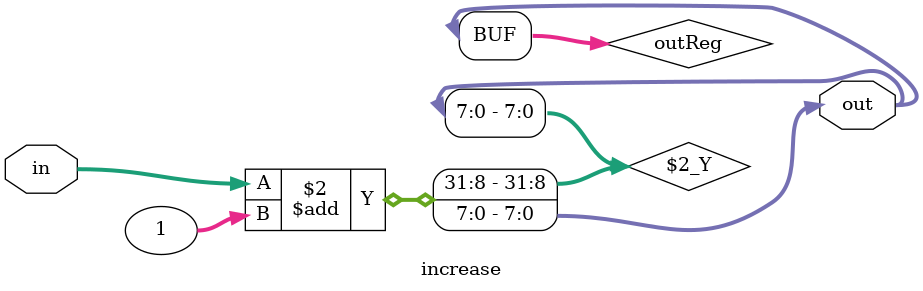
<source format=v>
module increase#(parameter DATA_SIZE = 8)
                (input [DATA_SIZE-1:0] in, output [DATA_SIZE-1:0] out);
    reg [DATA_SIZE-1:0] outReg;
    
    assign out = outReg;
    
    always @* begin
        outReg = in+1;
    end
endmodule

</source>
